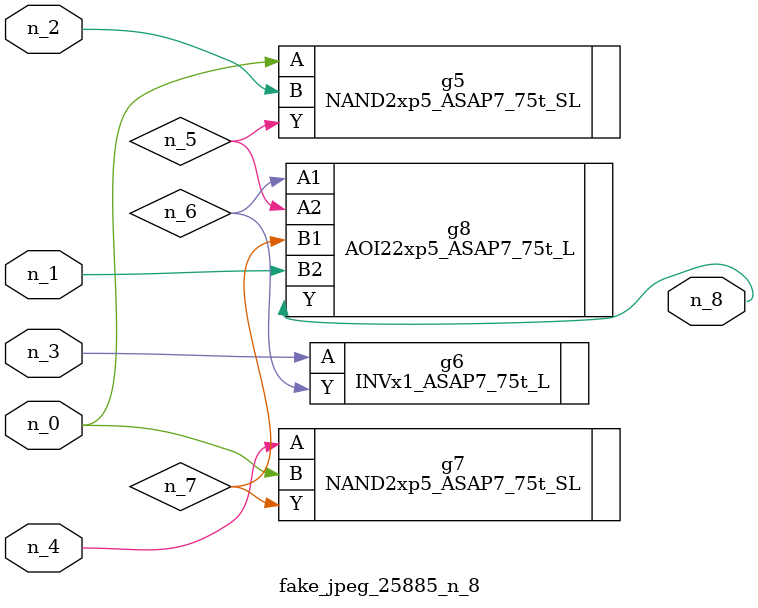
<source format=v>
module fake_jpeg_25885_n_8 (n_3, n_2, n_1, n_0, n_4, n_8);

input n_3;
input n_2;
input n_1;
input n_0;
input n_4;

output n_8;

wire n_6;
wire n_5;
wire n_7;

NAND2xp5_ASAP7_75t_SL g5 ( 
.A(n_0),
.B(n_2),
.Y(n_5)
);

INVx1_ASAP7_75t_L g6 ( 
.A(n_3),
.Y(n_6)
);

NAND2xp5_ASAP7_75t_SL g7 ( 
.A(n_4),
.B(n_0),
.Y(n_7)
);

AOI22xp5_ASAP7_75t_L g8 ( 
.A1(n_6),
.A2(n_5),
.B1(n_7),
.B2(n_1),
.Y(n_8)
);


endmodule
</source>
